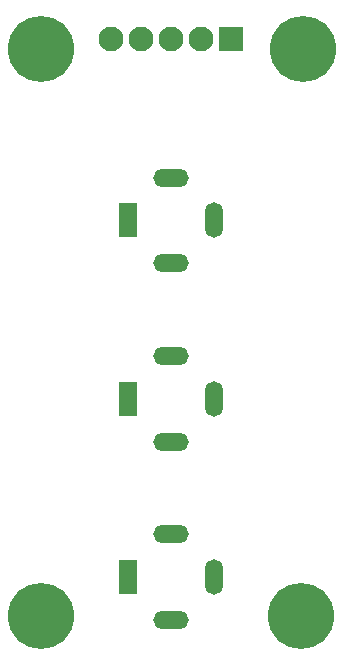
<source format=gbr>
%TF.GenerationSoftware,KiCad,Pcbnew,7.0.1*%
%TF.CreationDate,2023-03-29T16:16:29+02:00*%
%TF.ProjectId,remote,72656d6f-7465-42e6-9b69-6361645f7063,1.0*%
%TF.SameCoordinates,Original*%
%TF.FileFunction,Soldermask,Bot*%
%TF.FilePolarity,Negative*%
%FSLAX46Y46*%
G04 Gerber Fmt 4.6, Leading zero omitted, Abs format (unit mm)*
G04 Created by KiCad (PCBNEW 7.0.1) date 2023-03-29 16:16:29*
%MOMM*%
%LPD*%
G01*
G04 APERTURE LIST*
%ADD10C,5.600000*%
%ADD11R,1.500000X3.000000*%
%ADD12O,1.500000X3.000000*%
%ADD13O,3.000000X1.500000*%
%ADD14R,2.100000X2.100000*%
%ADD15C,2.100000*%
G04 APERTURE END LIST*
D10*
%TO.C,H1*%
X130675000Y-54400000D03*
%TD*%
D11*
%TO.C,J1*%
X138050000Y-68900000D03*
D12*
X145300000Y-68900000D03*
D13*
X141675000Y-65275000D03*
X141675000Y-72525000D03*
%TD*%
D14*
%TO.C,J4*%
X146700000Y-53500000D03*
D15*
X144160000Y-53500000D03*
X141620000Y-53500000D03*
X139080000Y-53500000D03*
X136540000Y-53500000D03*
%TD*%
D11*
%TO.C,J2*%
X138050000Y-84000000D03*
D12*
X145300000Y-84000000D03*
D13*
X141675000Y-80375000D03*
X141675000Y-87625000D03*
%TD*%
D10*
%TO.C,H3*%
X130675000Y-102400000D03*
%TD*%
%TO.C,H4*%
X152675000Y-102400000D03*
%TD*%
%TO.C,H2*%
X152800000Y-54400000D03*
%TD*%
D11*
%TO.C,J3*%
X138050000Y-99100000D03*
D12*
X145300000Y-99100000D03*
D13*
X141675000Y-95475000D03*
X141675000Y-102725000D03*
%TD*%
M02*

</source>
